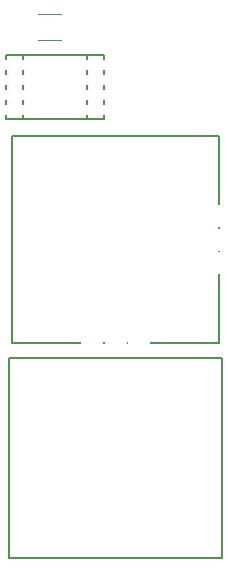
<source format=gbr>
G04 #@! TF.FileFunction,Legend,Top*
%FSLAX46Y46*%
G04 Gerber Fmt 4.6, Leading zero omitted, Abs format (unit mm)*
G04 Created by KiCad (PCBNEW 4.0.1-stable) date 2018/04/09 0:13:58*
%MOMM*%
G01*
G04 APERTURE LIST*
%ADD10C,0.100000*%
%ADD11C,0.120000*%
%ADD12C,0.150000*%
%ADD13C,2.410000*%
%ADD14C,2.400000*%
%ADD15R,2.400000X2.100000*%
%ADD16C,2.400000*%
%ADD17O,2.400000X3.400000*%
%ADD18C,2.210000*%
%ADD19C,2.160000*%
%ADD20C,4.410000*%
%ADD21O,1.900000X2.400000*%
%ADD22O,2.400000X1.900000*%
%ADD23R,2.900000X0.900000*%
G04 APERTURE END LIST*
D10*
D11*
X143900000Y-93570000D02*
X141900000Y-93570000D01*
X141900000Y-91430000D02*
X143900000Y-91430000D01*
D12*
X139500000Y-120500000D02*
X139500000Y-137500000D01*
X157500000Y-120500000D02*
X157500000Y-137500000D01*
X139500000Y-137500000D02*
X157500000Y-137500000D01*
X139500000Y-120500000D02*
X157500000Y-120500000D01*
X157250000Y-101750000D02*
X139750000Y-101750000D01*
X157250000Y-119250000D02*
X139750000Y-119250000D01*
X157250000Y-101750000D02*
X157250000Y-119250000D01*
X139750000Y-101750000D02*
X139750000Y-119250000D01*
X147550000Y-100300000D02*
X147550000Y-94900000D01*
X139250000Y-100300000D02*
X139250000Y-94900000D01*
X147550000Y-94900000D02*
X139250000Y-94900000D01*
X146100000Y-100300000D02*
X146100000Y-94900000D01*
X140700000Y-100300000D02*
X140700000Y-94900000D01*
X147550000Y-100300000D02*
X139250000Y-100300000D01*
%LPC*%
D13*
X159300000Y-92000000D03*
X159300000Y-116000000D03*
X137700000Y-116000000D03*
X137700000Y-92000000D03*
X137700000Y-136000000D03*
D14*
X148030000Y-92500000D03*
X150570000Y-92500000D03*
X157340000Y-99670000D03*
X157340000Y-97130000D03*
X152260000Y-99670000D03*
X152260000Y-97130000D03*
X154800000Y-99670000D03*
X154800000Y-97130000D03*
X153520000Y-91800000D03*
X156060000Y-91800000D03*
X153520000Y-94340000D03*
X156060000Y-94340000D03*
D15*
X140900000Y-92500000D03*
X144900000Y-92500000D03*
D16*
X153146447Y-124846447D02*
X153853553Y-125553553D01*
X143146447Y-125553553D02*
X143853553Y-124846447D01*
D17*
X148500000Y-123100000D03*
D18*
X143280000Y-129000000D03*
X153720000Y-129000000D03*
D16*
X151956447Y-126106447D02*
X152663553Y-126813553D01*
D17*
X145960000Y-123920000D03*
X150980000Y-123920000D03*
D16*
X144336447Y-126813553D02*
X145043553Y-126106447D01*
D19*
X143420000Y-129000000D03*
D20*
X148500000Y-129000000D03*
D19*
X153580000Y-129000000D03*
D13*
X142500000Y-104500000D03*
X154500000Y-116500000D03*
X142500000Y-116500000D03*
D21*
X146500000Y-119100000D03*
X150500000Y-119100000D03*
D22*
X157100000Y-108500000D03*
X157100000Y-112500000D03*
D21*
X148500000Y-119100000D03*
D22*
X157100000Y-110500000D03*
D13*
X154500000Y-104500000D03*
D23*
X139450000Y-95690000D03*
X139450000Y-96960000D03*
X139450000Y-98230000D03*
X139450000Y-99500000D03*
X147350000Y-99500000D03*
X147350000Y-98230000D03*
X147350000Y-96960000D03*
X147350000Y-95690000D03*
D13*
X159300000Y-136000000D03*
M02*

</source>
